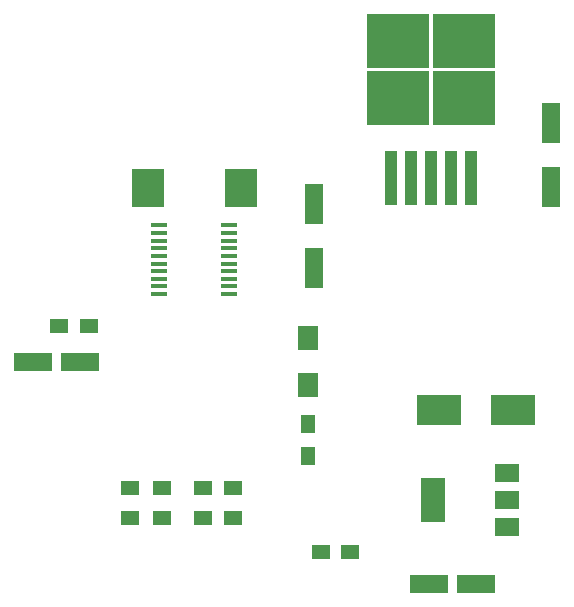
<source format=gbr>
G04 #@! TF.FileFunction,Paste,Top*
%FSLAX46Y46*%
G04 Gerber Fmt 4.6, Leading zero omitted, Abs format (unit mm)*
G04 Created by KiCad (PCBNEW 4.0.7) date 10/02/18 03:54:40*
%MOMM*%
%LPD*%
G01*
G04 APERTURE LIST*
%ADD10C,0.100000*%
%ADD11R,1.600000X3.500000*%
%ADD12R,3.200000X1.500000*%
%ADD13R,1.500000X1.250000*%
%ADD14R,3.750000X2.500000*%
%ADD15R,1.700000X2.000000*%
%ADD16R,1.500000X1.300000*%
%ADD17R,1.300000X1.500000*%
%ADD18R,1.450000X0.450000*%
%ADD19R,2.000000X3.800000*%
%ADD20R,2.000000X1.500000*%
%ADD21R,1.100000X4.600000*%
%ADD22R,5.250000X4.550000*%
%ADD23R,2.700000X3.200000*%
G04 APERTURE END LIST*
D10*
D11*
X120904000Y-89248000D03*
X120904000Y-94648000D03*
D12*
X101060000Y-102616000D03*
X97060000Y-102616000D03*
D13*
X101834000Y-99568000D03*
X99334000Y-99568000D03*
X111526000Y-115824000D03*
X114026000Y-115824000D03*
X121450000Y-118700000D03*
X123950000Y-118700000D03*
D12*
X134588000Y-121412000D03*
X130588000Y-121412000D03*
D14*
X137745000Y-106680000D03*
X131495000Y-106680000D03*
D11*
X140970000Y-87790000D03*
X140970000Y-82390000D03*
D15*
X120396000Y-100616000D03*
X120396000Y-104616000D03*
D16*
X108030000Y-113284000D03*
X105330000Y-113284000D03*
X105330000Y-115824000D03*
X108030000Y-115824000D03*
D17*
X120396000Y-110570000D03*
X120396000Y-107870000D03*
D18*
X107794000Y-91060000D03*
X107794000Y-91710000D03*
X107794000Y-92360000D03*
X107794000Y-93010000D03*
X107794000Y-93650000D03*
X107794000Y-94310000D03*
X107794000Y-94950000D03*
X107794000Y-95600000D03*
X107794000Y-96250000D03*
X107794000Y-96900000D03*
X113694000Y-96900000D03*
X113694000Y-96250000D03*
X113694000Y-95600000D03*
X113694000Y-94950000D03*
X113694000Y-94310000D03*
X113694000Y-93650000D03*
X113694000Y-93010000D03*
X113694000Y-92360000D03*
X113694000Y-91710000D03*
X113694000Y-91060000D03*
D19*
X130962000Y-114300000D03*
D20*
X137262000Y-114300000D03*
X137262000Y-112000000D03*
X137262000Y-116600000D03*
D21*
X127410000Y-87055000D03*
X129110000Y-87055000D03*
X130810000Y-87055000D03*
X132510000Y-87055000D03*
X134210000Y-87055000D03*
D22*
X133585000Y-75480000D03*
X128035000Y-80330000D03*
X128035000Y-75480000D03*
X133585000Y-80330000D03*
D13*
X114026000Y-113284000D03*
X111526000Y-113284000D03*
D23*
X106794000Y-87884000D03*
X114694000Y-87884000D03*
M02*

</source>
